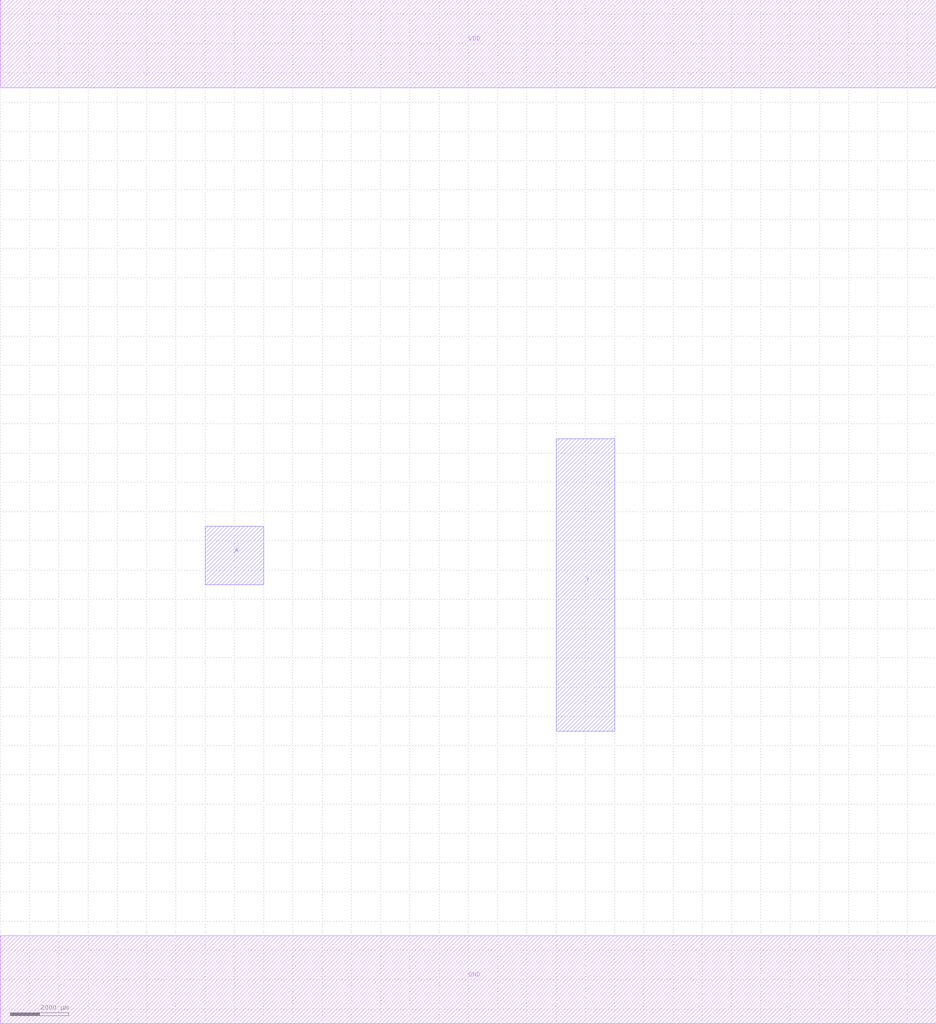
<source format=lef>
MACRO BUFX4
 CLASS CORE ;
 ORIGIN 0 0 ;
 FOREIGN BUFX4 0 0 ;
 SITE CORE ;
 SYMMETRY X Y R90 ;
  PIN VDD
   DIRECTION INOUT ;
   USE SIGNAL ;
   SHAPE ABUTMENT ;
    PORT
     CLASS CORE ;
       LAYER metal1 ;
        RECT 0.00000000 30500.00000000 32000.00000000 33500.00000000 ;
    END
  END VDD

  PIN GND
   DIRECTION INOUT ;
   USE SIGNAL ;
   SHAPE ABUTMENT ;
    PORT
     CLASS CORE ;
       LAYER metal1 ;
        RECT 0.00000000 -1500.00000000 32000.00000000 1500.00000000 ;
    END
  END GND

  PIN A
   DIRECTION INOUT ;
   USE SIGNAL ;
   SHAPE ABUTMENT ;
    PORT
     CLASS CORE ;
       LAYER metal2 ;
        RECT 7000.00000000 13500.00000000 9000.00000000 15500.00000000 ;
    END
  END A

  PIN Y
   DIRECTION INOUT ;
   USE SIGNAL ;
   SHAPE ABUTMENT ;
    PORT
     CLASS CORE ;
       LAYER metal2 ;
        RECT 19000.00000000 8500.00000000 21000.00000000 18500.00000000 ;
    END
  END Y


END BUFX4

</source>
